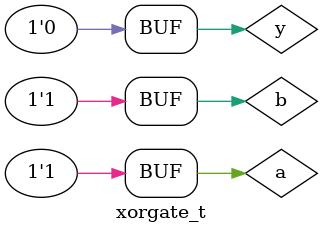
<source format=v>
module xorgate_t;
reg a,b;
wire y;
xor xorgate_t(y,a,b);
initial		
begin
#10 a=0;b=0;
#10 a=0;b=1;
#10 a=1;b=0;
#10 a=1;b=1;
end
initial
begin					
$monitor($time,"a=%b, b=%b, y=%b",a,b,y); 
end
initial
begin
$dumpfile("xor.vcd");	
$dumpvars(0,xorgate_t);		
end
endmodule

</source>
